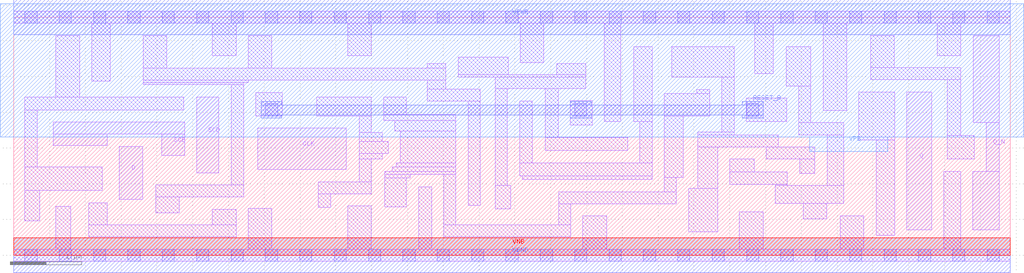
<source format=lef>
# Copyright 2020 The SkyWater PDK Authors
#
# Licensed under the Apache License, Version 2.0 (the "License");
# you may not use this file except in compliance with the License.
# You may obtain a copy of the License at
#
#     https://www.apache.org/licenses/LICENSE-2.0
#
# Unless required by applicable law or agreed to in writing, software
# distributed under the License is distributed on an "AS IS" BASIS,
# WITHOUT WARRANTIES OR CONDITIONS OF ANY KIND, either express or implied.
# See the License for the specific language governing permissions and
# limitations under the License.
#
# SPDX-License-Identifier: Apache-2.0

VERSION 5.7 ;
  NOWIREEXTENSIONATPIN ON ;
  DIVIDERCHAR "/" ;
  BUSBITCHARS "[]" ;
MACRO sky130_fd_sc_lp__sdfrbp_1
  CLASS CORE ;
  FOREIGN sky130_fd_sc_lp__sdfrbp_1 ;
  ORIGIN  0.000000  0.000000 ;
  SIZE  13.92000 BY  3.330000 ;
  SYMMETRY R90 ;
  SITE unit ;
  PIN D
    ANTENNAGATEAREA  0.159000 ;
    DIRECTION INPUT ;
    USE SIGNAL ;
    PORT
      LAYER li1 ;
        RECT 1.475000 0.780000 1.805000 1.525000 ;
    END
  END D
  PIN Q
    ANTENNADIFFAREA  0.556500 ;
    DIRECTION OUTPUT ;
    USE SIGNAL ;
    PORT
      LAYER li1 ;
        RECT 12.475000 0.355000 12.820000 2.285000 ;
    END
  END Q
  PIN Q_N
    ANTENNADIFFAREA  0.556500 ;
    DIRECTION OUTPUT ;
    USE SIGNAL ;
    PORT
      LAYER li1 ;
        RECT 13.395000 0.355000 13.765000 1.175000 ;
        RECT 13.400000 1.855000 13.765000 3.075000 ;
        RECT 13.585000 1.175000 13.765000 1.855000 ;
    END
  END Q_N
  PIN RESET_B
    ANTENNAGATEAREA  0.411000 ;
    DIRECTION INPUT ;
    USE SIGNAL ;
    PORT
      LAYER met1 ;
        RECT  3.455000 1.920000  3.745000 1.965000 ;
        RECT  3.455000 1.965000 10.465000 2.105000 ;
        RECT  3.455000 2.105000  3.745000 2.150000 ;
        RECT  7.775000 1.920000  8.065000 1.965000 ;
        RECT  7.775000 2.105000  8.065000 2.150000 ;
        RECT 10.175000 1.920000 10.465000 1.965000 ;
        RECT 10.175000 2.105000 10.465000 2.150000 ;
    END
  END RESET_B
  PIN SCD
    ANTENNAGATEAREA  0.159000 ;
    DIRECTION INPUT ;
    USE SIGNAL ;
    PORT
      LAYER li1 ;
        RECT 2.555000 1.155000 2.860000 2.215000 ;
    END
  END SCD
  PIN SCE
    ANTENNAGATEAREA  0.318000 ;
    DIRECTION INPUT ;
    USE SIGNAL ;
    PORT
      LAYER li1 ;
        RECT 0.555000 1.535000 1.305000 1.695000 ;
        RECT 0.555000 1.695000 2.385000 1.865000 ;
        RECT 2.070000 1.395000 2.385000 1.695000 ;
    END
  END SCE
  PIN CLK
    ANTENNAGATEAREA  0.315000 ;
    DIRECTION INPUT ;
    USE CLOCK ;
    PORT
      LAYER li1 ;
        RECT 3.410000 1.200000 4.645000 1.780000 ;
    END
  END CLK
  PIN VGND
    DIRECTION INOUT ;
    USE GROUND ;
    PORT
      LAYER met1 ;
        RECT 0.000000 -0.245000 13.920000 0.245000 ;
    END
  END VGND
  PIN VNB
    DIRECTION INOUT ;
    USE GROUND ;
    PORT
      LAYER pwell ;
        RECT 0.000000 0.000000 13.920000 0.245000 ;
    END
  END VNB
  PIN VPB
    DIRECTION INOUT ;
    USE POWER ;
    PORT
      LAYER nwell ;
        RECT -0.190000 1.655000 14.110000 3.520000 ;
        RECT 11.120000 1.455000 12.205000 1.655000 ;
    END
  END VPB
  PIN VPWR
    DIRECTION INOUT ;
    USE POWER ;
    PORT
      LAYER met1 ;
        RECT 0.000000 3.085000 13.920000 3.575000 ;
    END
  END VPWR
  OBS
    LAYER li1 ;
      RECT  0.000000 -0.085000 13.920000 0.085000 ;
      RECT  0.000000  3.245000 13.920000 3.415000 ;
      RECT  0.155000  0.485000  0.365000 0.905000 ;
      RECT  0.155000  0.905000  1.235000 1.235000 ;
      RECT  0.155000  1.235000  0.325000 2.035000 ;
      RECT  0.155000  2.035000  2.375000 2.215000 ;
      RECT  0.585000  0.085000  0.795000 0.685000 ;
      RECT  0.590000  2.215000  0.920000 3.075000 ;
      RECT  1.045000  0.255000  3.105000 0.425000 ;
      RECT  1.045000  0.425000  1.305000 0.735000 ;
      RECT  1.090000  2.435000  1.350000 3.245000 ;
      RECT  1.810000  2.385000  3.210000 2.415000 ;
      RECT  1.810000  2.415000  3.275000 2.450000 ;
      RECT  1.810000  2.450000  6.035000 2.620000 ;
      RECT  1.810000  2.620000  2.140000 3.075000 ;
      RECT  1.985000  0.595000  2.315000 0.815000 ;
      RECT  1.985000  0.815000  3.210000 0.985000 ;
      RECT  2.775000  0.425000  3.105000 0.645000 ;
      RECT  2.775000  2.790000  3.105000 3.245000 ;
      RECT  3.040000  0.985000  3.210000 2.385000 ;
      RECT  3.275000  0.085000  3.605000 0.655000 ;
      RECT  3.275000  2.620000  3.605000 3.075000 ;
      RECT  3.380000  1.950000  3.750000 2.280000 ;
      RECT  4.235000  1.950000  4.995000 2.215000 ;
      RECT  4.255000  0.670000  4.425000 0.860000 ;
      RECT  4.255000  0.860000  4.995000 1.030000 ;
      RECT  4.665000  0.085000  4.995000 0.690000 ;
      RECT  4.665000  2.790000  4.995000 3.245000 ;
      RECT  4.825000  1.030000  4.995000 1.345000 ;
      RECT  4.825000  1.345000  5.150000 1.425000 ;
      RECT  4.825000  1.425000  5.230000 1.595000 ;
      RECT  4.825000  1.595000  5.150000 1.715000 ;
      RECT  4.825000  1.715000  4.995000 1.950000 ;
      RECT  5.165000  1.885000  6.175000 1.970000 ;
      RECT  5.165000  1.970000  5.480000 2.215000 ;
      RECT  5.185000  0.680000  5.485000 1.085000 ;
      RECT  5.185000  1.085000  5.535000 1.130000 ;
      RECT  5.185000  1.130000  6.175000 1.175000 ;
      RECT  5.290000  1.175000  6.175000 1.235000 ;
      RECT  5.320000  1.740000  6.175000 1.885000 ;
      RECT  5.345000  1.235000  6.175000 1.295000 ;
      RECT  5.400000  1.295000  6.175000 1.740000 ;
      RECT  5.655000  0.085000  5.835000 0.960000 ;
      RECT  5.775000  2.155000  6.515000 2.325000 ;
      RECT  5.775000  2.325000  6.035000 2.450000 ;
      RECT  5.775000  2.620000  6.035000 2.685000 ;
      RECT  6.005000  0.255000  7.780000 0.425000 ;
      RECT  6.005000  0.425000  6.175000 1.130000 ;
      RECT  6.205000  2.495000  7.990000 2.525000 ;
      RECT  6.205000  2.525000  6.905000 2.775000 ;
      RECT  6.345000  0.700000  6.515000 2.155000 ;
      RECT  6.725000  0.650000  6.945000 0.980000 ;
      RECT  6.725000  0.980000  6.895000 2.335000 ;
      RECT  6.725000  2.335000  7.990000 2.495000 ;
      RECT  7.065000  1.110000  8.915000 1.295000 ;
      RECT  7.065000  1.295000  7.245000 2.155000 ;
      RECT  7.075000  2.695000  7.405000 3.245000 ;
      RECT  7.105000  1.060000  8.915000 1.110000 ;
      RECT  7.425000  1.465000  8.575000 1.650000 ;
      RECT  7.425000  1.650000  7.605000 2.335000 ;
      RECT  7.585000  2.525000  7.990000 2.685000 ;
      RECT  7.610000  0.425000  7.780000 0.720000 ;
      RECT  7.610000  0.720000  9.255000 0.890000 ;
      RECT  7.775000  1.820000  8.080000 2.165000 ;
      RECT  7.950000  0.085000  8.280000 0.550000 ;
      RECT  8.250000  1.875000  8.480000 3.245000 ;
      RECT  8.660000  1.875000  8.915000 2.920000 ;
      RECT  8.745000  1.295000  8.915000 1.875000 ;
      RECT  9.085000  0.890000  9.255000 1.090000 ;
      RECT  9.085000  1.090000  9.350000 1.950000 ;
      RECT  9.085000  1.950000  9.720000 2.260000 ;
      RECT  9.190000  2.495000 10.060000 2.920000 ;
      RECT  9.425000  0.330000  9.830000 0.935000 ;
      RECT  9.540000  2.260000  9.720000 2.320000 ;
      RECT  9.550000  0.935000  9.830000 1.515000 ;
      RECT  9.550000  1.515000 10.680000 1.685000 ;
      RECT  9.550000  1.685000 10.060000 1.725000 ;
      RECT  9.890000  1.725000 10.060000 2.495000 ;
      RECT 10.000000  0.995000 10.805000 1.165000 ;
      RECT 10.000000  1.165000 10.340000 1.345000 ;
      RECT 10.135000  0.085000 10.465000 0.610000 ;
      RECT 10.230000  1.870000 10.795000 2.200000 ;
      RECT 10.350000  2.545000 10.610000 3.245000 ;
      RECT 10.510000  1.345000 11.190000 1.515000 ;
      RECT 10.635000  0.725000 11.590000 0.975000 ;
      RECT 10.635000  0.975000 10.805000 0.995000 ;
      RECT 10.790000  2.370000 11.135000 2.920000 ;
      RECT 10.965000  1.685000 11.590000 1.855000 ;
      RECT 10.965000  1.855000 11.135000 2.370000 ;
      RECT 10.975000  1.145000 11.190000 1.345000 ;
      RECT 11.025000  0.510000 11.355000 0.725000 ;
      RECT 11.305000  2.025000 11.635000 3.245000 ;
      RECT 11.360000  0.975000 11.590000 1.685000 ;
      RECT 11.545000  0.085000 11.875000 0.555000 ;
      RECT 11.805000  1.615000 12.305000 2.285000 ;
      RECT 11.970000  2.455000 13.230000 2.625000 ;
      RECT 11.970000  2.625000 12.300000 3.075000 ;
      RECT 12.045000  0.280000 12.305000 1.615000 ;
      RECT 12.900000  2.795000 13.230000 3.245000 ;
      RECT 12.990000  0.085000 13.225000 1.175000 ;
      RECT 13.040000  1.345000 13.415000 1.675000 ;
      RECT 13.040000  1.675000 13.230000 2.455000 ;
    LAYER mcon ;
      RECT  0.155000 -0.085000  0.325000 0.085000 ;
      RECT  0.155000  3.245000  0.325000 3.415000 ;
      RECT  0.635000 -0.085000  0.805000 0.085000 ;
      RECT  0.635000  3.245000  0.805000 3.415000 ;
      RECT  1.115000 -0.085000  1.285000 0.085000 ;
      RECT  1.115000  3.245000  1.285000 3.415000 ;
      RECT  1.595000 -0.085000  1.765000 0.085000 ;
      RECT  1.595000  3.245000  1.765000 3.415000 ;
      RECT  2.075000 -0.085000  2.245000 0.085000 ;
      RECT  2.075000  3.245000  2.245000 3.415000 ;
      RECT  2.555000 -0.085000  2.725000 0.085000 ;
      RECT  2.555000  3.245000  2.725000 3.415000 ;
      RECT  3.035000 -0.085000  3.205000 0.085000 ;
      RECT  3.035000  3.245000  3.205000 3.415000 ;
      RECT  3.515000 -0.085000  3.685000 0.085000 ;
      RECT  3.515000  1.950000  3.685000 2.120000 ;
      RECT  3.515000  3.245000  3.685000 3.415000 ;
      RECT  3.995000 -0.085000  4.165000 0.085000 ;
      RECT  3.995000  3.245000  4.165000 3.415000 ;
      RECT  4.475000 -0.085000  4.645000 0.085000 ;
      RECT  4.475000  3.245000  4.645000 3.415000 ;
      RECT  4.955000 -0.085000  5.125000 0.085000 ;
      RECT  4.955000  3.245000  5.125000 3.415000 ;
      RECT  5.435000 -0.085000  5.605000 0.085000 ;
      RECT  5.435000  3.245000  5.605000 3.415000 ;
      RECT  5.915000 -0.085000  6.085000 0.085000 ;
      RECT  5.915000  3.245000  6.085000 3.415000 ;
      RECT  6.395000 -0.085000  6.565000 0.085000 ;
      RECT  6.395000  3.245000  6.565000 3.415000 ;
      RECT  6.875000 -0.085000  7.045000 0.085000 ;
      RECT  6.875000  3.245000  7.045000 3.415000 ;
      RECT  7.355000 -0.085000  7.525000 0.085000 ;
      RECT  7.355000  3.245000  7.525000 3.415000 ;
      RECT  7.835000 -0.085000  8.005000 0.085000 ;
      RECT  7.835000  1.950000  8.005000 2.120000 ;
      RECT  7.835000  3.245000  8.005000 3.415000 ;
      RECT  8.315000 -0.085000  8.485000 0.085000 ;
      RECT  8.315000  3.245000  8.485000 3.415000 ;
      RECT  8.795000 -0.085000  8.965000 0.085000 ;
      RECT  8.795000  3.245000  8.965000 3.415000 ;
      RECT  9.275000 -0.085000  9.445000 0.085000 ;
      RECT  9.275000  3.245000  9.445000 3.415000 ;
      RECT  9.755000 -0.085000  9.925000 0.085000 ;
      RECT  9.755000  3.245000  9.925000 3.415000 ;
      RECT 10.235000 -0.085000 10.405000 0.085000 ;
      RECT 10.235000  1.950000 10.405000 2.120000 ;
      RECT 10.235000  3.245000 10.405000 3.415000 ;
      RECT 10.715000 -0.085000 10.885000 0.085000 ;
      RECT 10.715000  3.245000 10.885000 3.415000 ;
      RECT 11.195000 -0.085000 11.365000 0.085000 ;
      RECT 11.195000  3.245000 11.365000 3.415000 ;
      RECT 11.675000 -0.085000 11.845000 0.085000 ;
      RECT 11.675000  3.245000 11.845000 3.415000 ;
      RECT 12.155000 -0.085000 12.325000 0.085000 ;
      RECT 12.155000  3.245000 12.325000 3.415000 ;
      RECT 12.635000 -0.085000 12.805000 0.085000 ;
      RECT 12.635000  3.245000 12.805000 3.415000 ;
      RECT 13.115000 -0.085000 13.285000 0.085000 ;
      RECT 13.115000  3.245000 13.285000 3.415000 ;
      RECT 13.595000 -0.085000 13.765000 0.085000 ;
      RECT 13.595000  3.245000 13.765000 3.415000 ;
  END
END sky130_fd_sc_lp__sdfrbp_1
END LIBRARY

</source>
